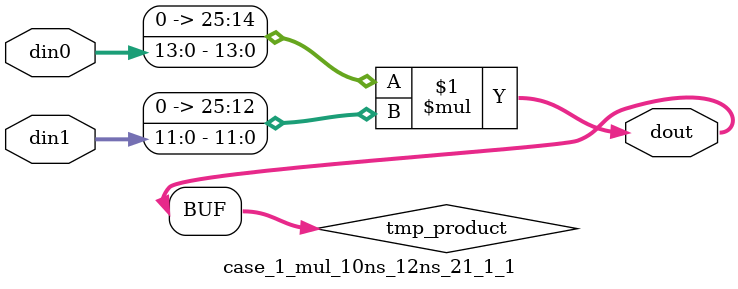
<source format=v>

`timescale 1 ns / 1 ps

 (* use_dsp = "no" *)  module case_1_mul_10ns_12ns_21_1_1(din0, din1, dout);
parameter ID = 1;
parameter NUM_STAGE = 0;
parameter din0_WIDTH = 14;
parameter din1_WIDTH = 12;
parameter dout_WIDTH = 26;

input [din0_WIDTH - 1 : 0] din0; 
input [din1_WIDTH - 1 : 0] din1; 
output [dout_WIDTH - 1 : 0] dout;

wire signed [dout_WIDTH - 1 : 0] tmp_product;
























assign tmp_product = $signed({1'b0, din0}) * $signed({1'b0, din1});











assign dout = tmp_product;





















endmodule

</source>
